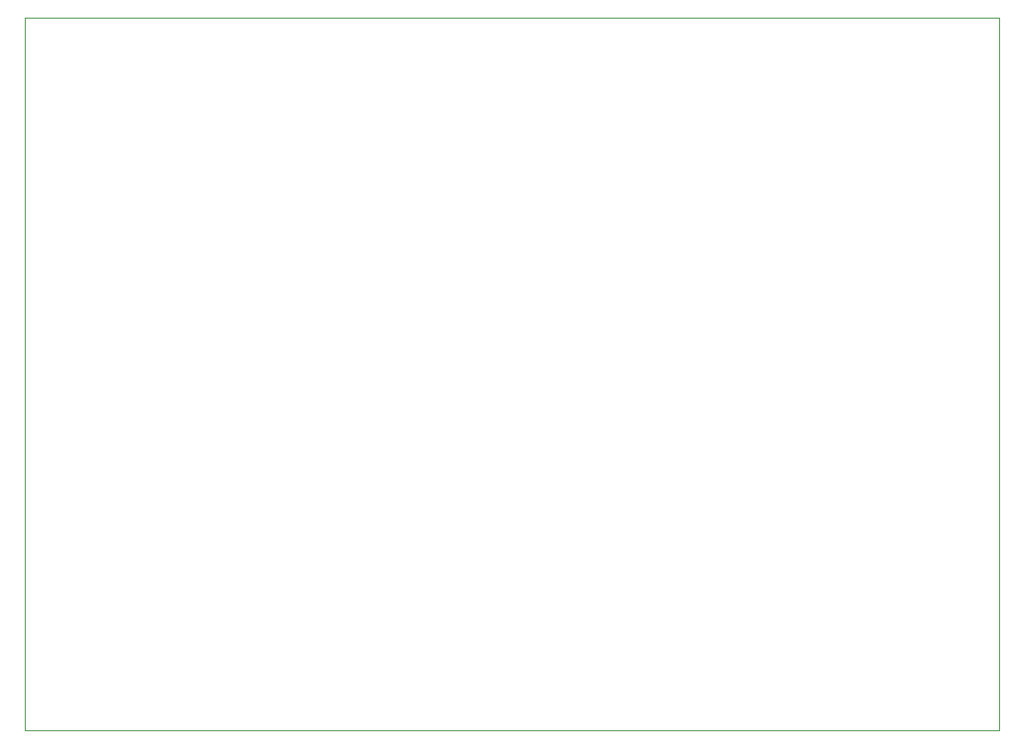
<source format=gm1>
G04 #@! TF.GenerationSoftware,KiCad,Pcbnew,9.0.1*
G04 #@! TF.CreationDate,2025-05-15T21:23:48-07:00*
G04 #@! TF.ProjectId,ARDU_RF_TEMP,41524455-5f52-4465-9f54-454d502e6b69,rev?*
G04 #@! TF.SameCoordinates,Original*
G04 #@! TF.FileFunction,Profile,NP*
%FSLAX46Y46*%
G04 Gerber Fmt 4.6, Leading zero omitted, Abs format (unit mm)*
G04 Created by KiCad (PCBNEW 9.0.1) date 2025-05-15 21:23:48*
%MOMM*%
%LPD*%
G01*
G04 APERTURE LIST*
G04 #@! TA.AperFunction,Profile*
%ADD10C,0.050000*%
G04 #@! TD*
G04 APERTURE END LIST*
D10*
X12000000Y-12000000D02*
X105000000Y-12000000D01*
X105000000Y-80000000D01*
X12000000Y-80000000D01*
X12000000Y-12000000D01*
M02*

</source>
